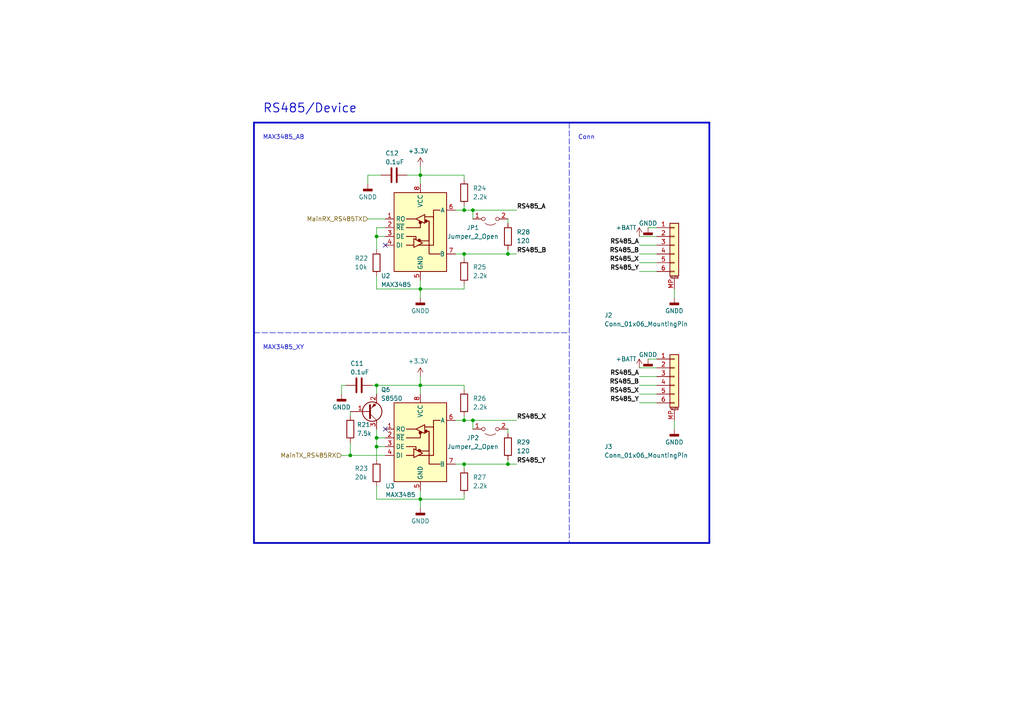
<source format=kicad_sch>
(kicad_sch (version 20230121) (generator eeschema)
  (paper "A4")
  (lib_symbols
    (symbol "Connector_Generic_MountingPin:Conn_01x06_MountingPin" (pin_names (offset 1.016) hide)
      (property "Reference" "J" (at 0 7.62 0))
      (property "Value" "Conn_01x06_MountingPin" (at 1.27 -10.16 0))
      (symbol "Conn_01x06_MountingPin_1_1"
        (rectangle (start -1.27 -7.493) (end 0 -7.747) (stroke (width 0.1524)))
        (rectangle (start -1.27 -4.953) (end 0 -5.207) (stroke (width 0.1524)))
        (rectangle (start -1.27 -2.413) (end 0 -2.667) (stroke (width 0.1524)))
        (rectangle (start -1.27 0.127) (end 0 -0.127) (stroke (width 0.1524)))
        (rectangle (start -1.27 2.667) (end 0 2.413) (stroke (width 0.1524)))
        (rectangle (start -1.27 5.207) (end 0 4.953) (stroke (width 0.1524)))
        (rectangle (start -1.27 6.35) (end 1.27 -8.89) (stroke (width 0.254)) (fill (type background)))
        (polyline (pts (xy -1.016 -9.652) (xy 1.016 -9.652)) (stroke (width 0.1524)))
        (text "Mounting" (at 0 -9.271 0) (effects (font (size 0.381 0.381))))
        (pin passive line (at -5.08 5.08 0) (length 3.81) (name "Pin_1") (number "1"))
        (pin passive line (at -5.08 2.54 0) (length 3.81) (name "Pin_2") (number "2"))
        (pin passive line (at -5.08 0 0) (length 3.81) (name "Pin_3") (number "3"))
        (pin passive line (at -5.08 -2.54 0) (length 3.81) (name "Pin_4") (number "4"))
        (pin passive line (at -5.08 -5.08 0) (length 3.81) (name "Pin_5") (number "5"))
        (pin passive line (at -5.08 -7.62 0) (length 3.81) (name "Pin_6") (number "6"))
        (pin passive line (at 0 -12.7 90) (length 3.048) (name "MountPin") (number "MP"))
      )
    )
    (symbol "Device:C" (pin_numbers hide) (pin_names (offset 0.254))
      (property "Reference" "C" (at 0.635 2.54 0))
      (property "Value" "C" (at 0.635 -2.54 0))
      (symbol "C_0_1"
        (polyline (pts (xy -2.032 -0.762) (xy 2.032 -0.762)) (stroke (width 0.508)))
        (polyline (pts (xy -2.032 0.762) (xy 2.032 0.762)) (stroke (width 0.508)))
      )
      (symbol "C_1_1"
        (pin passive line (at 0 3.81 270) (length 2.794) (name "~") (number "1"))
        (pin passive line (at 0 -3.81 90) (length 2.794) (name "~") (number "2"))
      )
    )
    (symbol "Device:Q_PNP_BEC" (pin_names (offset 0) hide)
      (property "Reference" "Q" (at 5.08 1.27 0))
      (property "Value" "Q_PNP_BEC" (at 5.08 -1.27 0))
      (symbol "Q_PNP_BEC_0_1"
        (polyline (pts (xy 0.635 0.635) (xy 2.54 2.54)))
        (polyline (pts (xy 0.635 -0.635) (xy 2.54 -2.54) (xy 2.54 -2.54)))
        (polyline (pts (xy 0.635 1.905) (xy 0.635 -1.905) (xy 0.635 -1.905)) (stroke (width 0.508)))
        (polyline (pts (xy 2.286 -1.778) (xy 1.778 -2.286) (xy 1.27 -1.27) (xy 2.286 -1.778) (xy 2.286 -1.778)) (fill (type outline)))
        (circle (center 1.27 0) (radius 2.8194) (stroke (width 0.254)))
      )
      (symbol "Q_PNP_BEC_1_1"
        (pin input line (at -5.08 0 0) (length 5.715) (name "B") (number "1"))
        (pin passive line (at 2.54 -5.08 90) (length 2.54) (name "E") (number "2"))
        (pin passive line (at 2.54 5.08 270) (length 2.54) (name "C") (number "3"))
      )
    )
    (symbol "Device:R" (pin_numbers hide) (pin_names (offset 0))
      (property "Reference" "R" (at 2.032 0 90))
      (property "Value" "R" (at 0 0 90))
      (symbol "R_0_1"
        (rectangle (start -1.016 -2.54) (end 1.016 2.54) (stroke (width 0.254)))
      )
      (symbol "R_1_1"
        (pin passive line (at 0 3.81 270) (length 1.27) (name "~") (number "1"))
        (pin passive line (at 0 -3.81 90) (length 1.27) (name "~") (number "2"))
      )
    )
    (symbol "Jumper:Jumper_2_Open" (pin_names (offset 0) hide)
      (property "Reference" "JP" (at 0 2.794 0))
      (property "Value" "Jumper_2_Open" (at 0 -2.286 0))
      (symbol "Jumper_2_Open_0_0"
        (circle (center -2.032 0) (radius 0.508))
        (circle (center 2.032 0) (radius 0.508))
      )
      (symbol "Jumper_2_Open_0_1"
        (arc (start 1.524 1.27) (mid 0 1.778) (end -1.524 1.27))
      )
      (symbol "Jumper_2_Open_1_1"
        (pin passive line (at -5.08 0 0) (length 2.54) (name "A") (number "1"))
        (pin passive line (at 5.08 0 180) (length 2.54) (name "B") (number "2"))
      )
    )
    (symbol "MAX3485_1"
      (property "Reference" "U?" (at 2.0194 15.24 0))
      (property "Value" "MAX3485" (at 2.0194 12.7 0))
      (symbol "MAX3485_1_0_1"
        (rectangle (start -7.62 10.16) (end 7.62 -12.7) (stroke (width 0.254)) (fill (type background)))
        (circle (center -0.3048 -3.683) (radius 0.3556) (stroke (width 0.254)) (fill (type outline)))
        (circle (center -0.0254 1.4986) (radius 0.3556) (stroke (width 0.254)) (fill (type outline)))
        (polyline (pts (xy -4.064 -5.08) (xy -1.905 -5.08)) (stroke (width 0.254)))
        (polyline (pts (xy -4.064 2.54) (xy -1.27 2.54)) (stroke (width 0.254)))
        (polyline (pts (xy -1.27 -3.2004) (xy -1.27 -3.4544)) (stroke (width 0.254)))
        (polyline (pts (xy -0.635 -5.08) (xy 3.81 -5.08)) (stroke (width 0.254)))
        (polyline (pts (xy -4.064 -2.54) (xy -1.27 -2.54) (xy -1.27 -3.175)) (stroke (width 0.254)))
        (polyline (pts (xy 0 1.27) (xy 0 0) (xy -4.064 0)) (stroke (width 0.254)))
        (polyline (pts (xy 1.27 3.175) (xy 3.81 3.175) (xy 3.81 -5.08)) (stroke (width 0.254)))
        (polyline (pts (xy 2.54 1.905) (xy 2.54 -3.81) (xy 0 -3.81)) (stroke (width 0.254)))
        (polyline (pts (xy -1.905 -3.175) (xy -1.905 -5.715) (xy 0.635 -4.445) (xy -1.905 -3.175)) (stroke (width 0.254)))
        (polyline (pts (xy -1.27 2.54) (xy 1.27 3.81) (xy 1.27 1.27) (xy -1.27 2.54)) (stroke (width 0.254)))
        (polyline (pts (xy 3.81 3.175) (xy 3.81 2.54) (xy 3.81 5.08) (xy 5.715 5.08)) (stroke (width 0.254)))
        (polyline (pts (xy 1.905 1.905) (xy 2.54 1.905) (xy 2.54 -3.81) (xy 2.54 -6.985) (xy 2.54 -7.62) (xy 5.08 -7.62) (xy 5.715 -7.62)) (stroke (width 0.254)))
        (rectangle (start 1.27 3.175) (end 1.27 3.175))
        (circle (center 1.651 1.905) (radius 0.3556) (stroke (width 0.254)) (fill (type outline)))
      )
      (symbol "MAX3485_1_1_1"
        (pin output line (at -10.16 2.54 0) (length 2.54) (name "RO") (number "1"))
        (pin input line (at -10.16 0 0) (length 2.54) (name "~{RE}") (number "2"))
        (pin input line (at -10.16 -2.54 0) (length 2.54) (name "DE") (number "3"))
        (pin input line (at -10.16 -5.08 0) (length 2.54) (name "DI") (number "4"))
        (pin power_in line (at 0 -15.24 90) (length 2.54) (name "GND") (number "5"))
        (pin bidirectional line (at 10.16 5.08 180) (length 2.54) (name "A") (number "6"))
        (pin bidirectional line (at 10.16 -7.62 180) (length 2.54) (name "B") (number "7"))
        (pin power_in line (at 0 12.7 270) (length 2.54) (name "VCC") (number "8"))
      )
    )
    (symbol "power:+3.3V" (power) (pin_names (offset 0))
      (property "Value" "+3.3V" (at 0 3.556 0))
      (symbol "+3.3V_0_1"
        (polyline (pts (xy -0.762 1.27) (xy 0 2.54)))
        (polyline (pts (xy 0 0) (xy 0 2.54)))
        (polyline (pts (xy 0 2.54) (xy 0.762 1.27)))
      )
      (symbol "+3.3V_1_1"
        (pin power_in line (at 0 0 90) (length 0) hide (name "+3.3V") (number "1"))
      )
    )
    (symbol "power:+BATT" (power) (pin_names (offset 0))
      (property "Value" "+BATT" (at 0 3.556 0))
      (symbol "+BATT_0_1"
        (polyline (pts (xy -0.762 1.27) (xy 0 2.54)))
        (polyline (pts (xy 0 0) (xy 0 2.54)))
        (polyline (pts (xy 0 2.54) (xy 0.762 1.27)))
      )
      (symbol "+BATT_1_1"
        (pin power_in line (at 0 0 90) (length 0) hide (name "+BATT") (number "1"))
      )
    )
    (symbol "power:GNDD" (power) (pin_names (offset 0))
      (property "Value" "GNDD" (at 0 -3.175 0))
      (symbol "GNDD_0_1"
        (rectangle (start -1.27 -1.524) (end 1.27 -2.032) (stroke (width 0.254)) (fill (type outline)))
        (polyline (pts (xy 0 0) (xy 0 -1.524)))
      )
      (symbol "GNDD_1_1"
        (pin power_in line (at 0 0 270) (length 0) hide (name "GNDD") (number "1"))
      )
    )
  )
  (junction (at 121.92 111.76))
  (junction (at 147.32 73.66))
  (junction (at 134.62 121.92))
  (junction (at 134.62 134.62))
  (junction (at 121.92 50.8))
  (junction (at 109.22 68.58))
  (junction (at 109.22 127))
  (junction (at 121.92 144.78))
  (junction (at 101.6 132.08))
  (junction (at 134.62 73.66))
  (junction (at 121.92 83.82))
  (junction (at 134.62 60.96))
  (junction (at 109.22 129.54))
  (junction (at 137.16 60.96))
  (junction (at 137.16 121.92))
  (junction (at 147.32 134.62))
  (junction (at 109.22 111.76))
  (no_connect (at 111.76 71.12))
  (no_connect (at 111.76 124.46))
  (wire (pts (xy 134.62 134.62) (xy 134.62 135.89)))
  (wire (pts (xy 101.6 132.08) (xy 111.76 132.08)))
  (polyline (pts (xy 205.74 157.48) (xy 205.74 35.56)) (stroke (width 0.5) (type solid)))
  (wire (pts (xy 190.5 109.22) (xy 185.42 109.22)))
  (wire (pts (xy 147.32 72.39) (xy 147.32 73.66)))
  (wire (pts (xy 109.22 68.58) (xy 111.76 68.58)))
  (wire (pts (xy 190.5 76.2) (xy 185.42 76.2)))
  (wire (pts (xy 121.92 111.76) (xy 121.92 114.3)))
  (wire (pts (xy 121.92 50.8) (xy 121.92 53.34)))
  (wire (pts (xy 134.62 121.92) (xy 137.16 121.92)))
  (polyline (pts (xy 73.66 157.48) (xy 205.74 157.48)) (stroke (width 0.5) (type solid)))
  (wire (pts (xy 134.62 50.8) (xy 134.62 52.07)))
  (wire (pts (xy 118.11 50.8) (xy 121.92 50.8)))
  (wire (pts (xy 121.92 83.82) (xy 134.62 83.82)))
  (wire (pts (xy 109.22 111.76) (xy 121.92 111.76)))
  (wire (pts (xy 190.5 111.76) (xy 185.42 111.76)))
  (wire (pts (xy 147.32 124.46) (xy 147.32 125.73)))
  (wire (pts (xy 134.62 143.51) (xy 134.62 144.78)))
  (wire (pts (xy 106.68 63.5) (xy 111.76 63.5)))
  (wire (pts (xy 101.6 119.38) (xy 101.6 120.65)))
  (wire (pts (xy 121.92 144.78) (xy 121.92 147.32)))
  (wire (pts (xy 134.62 82.55) (xy 134.62 83.82)))
  (wire (pts (xy 121.92 111.76) (xy 134.62 111.76)))
  (wire (pts (xy 121.92 83.82) (xy 121.92 86.36)))
  (wire (pts (xy 185.42 106.68) (xy 190.5 106.68)))
  (wire (pts (xy 109.22 144.78) (xy 121.92 144.78)))
  (wire (pts (xy 109.22 66.04) (xy 111.76 66.04)))
  (wire (pts (xy 109.22 140.97) (xy 109.22 144.78)))
  (wire (pts (xy 190.5 116.84) (xy 185.42 116.84)))
  (wire (pts (xy 190.5 78.74) (xy 185.42 78.74)))
  (wire (pts (xy 109.22 80.01) (xy 109.22 83.82)))
  (wire (pts (xy 109.22 129.54) (xy 111.76 129.54)))
  (polyline (pts (xy 205.74 35.56) (xy 73.66 35.56)) (stroke (width 0.5) (type solid)))
  (wire (pts (xy 109.22 114.3) (xy 109.22 111.76)))
  (wire (pts (xy 134.62 59.69) (xy 134.62 60.96)))
  (wire (pts (xy 132.08 121.92) (xy 134.62 121.92)))
  (wire (pts (xy 185.42 68.58) (xy 190.5 68.58)))
  (wire (pts (xy 195.58 121.92) (xy 195.58 124.46)))
  (wire (pts (xy 137.16 60.96) (xy 149.86 60.96)))
  (wire (pts (xy 134.62 73.66) (xy 134.62 74.93)))
  (wire (pts (xy 109.22 127) (xy 109.22 129.54)))
  (wire (pts (xy 190.5 66.04) (xy 187.96 66.04)))
  (wire (pts (xy 147.32 134.62) (xy 149.86 134.62)))
  (wire (pts (xy 109.22 127) (xy 111.76 127)))
  (wire (pts (xy 132.08 73.66) (xy 134.62 73.66)))
  (wire (pts (xy 121.92 50.8) (xy 134.62 50.8)))
  (wire (pts (xy 106.68 50.8) (xy 110.49 50.8)))
  (wire (pts (xy 109.22 68.58) (xy 109.22 72.39)))
  (wire (pts (xy 137.16 121.92) (xy 149.86 121.92)))
  (wire (pts (xy 134.62 111.76) (xy 134.62 113.03)))
  (wire (pts (xy 109.22 124.46) (xy 109.22 127)))
  (wire (pts (xy 190.5 114.3) (xy 185.42 114.3)))
  (wire (pts (xy 147.32 73.66) (xy 149.86 73.66)))
  (wire (pts (xy 109.22 83.82) (xy 121.92 83.82)))
  (wire (pts (xy 147.32 63.5) (xy 147.32 64.77)))
  (wire (pts (xy 121.92 144.78) (xy 134.62 144.78)))
  (wire (pts (xy 99.06 132.08) (xy 101.6 132.08)))
  (wire (pts (xy 134.62 60.96) (xy 137.16 60.96)))
  (wire (pts (xy 132.08 60.96) (xy 134.62 60.96)))
  (wire (pts (xy 107.95 111.76) (xy 109.22 111.76)))
  (wire (pts (xy 137.16 121.92) (xy 137.16 124.46)))
  (wire (pts (xy 190.5 104.14) (xy 187.96 104.14)))
  (wire (pts (xy 134.62 134.62) (xy 147.32 134.62)))
  (wire (pts (xy 101.6 128.27) (xy 101.6 132.08)))
  (wire (pts (xy 109.22 66.04) (xy 109.22 68.58)))
  (wire (pts (xy 99.06 114.3) (xy 99.06 111.76)))
  (wire (pts (xy 121.92 111.76) (xy 121.92 109.22)))
  (wire (pts (xy 99.06 111.76) (xy 100.33 111.76)))
  (wire (pts (xy 134.62 73.66) (xy 147.32 73.66)))
  (wire (pts (xy 106.68 53.34) (xy 106.68 50.8)))
  (wire (pts (xy 190.5 73.66) (xy 185.42 73.66)))
  (wire (pts (xy 137.16 60.96) (xy 137.16 63.5)))
  (wire (pts (xy 132.08 134.62) (xy 134.62 134.62)))
  (wire (pts (xy 109.22 129.54) (xy 109.22 133.35)))
  (wire (pts (xy 134.62 120.65) (xy 134.62 121.92)))
  (polyline (pts (xy 73.66 35.56) (xy 73.66 157.48)) (stroke (width 0.5) (type solid)))
  (polyline (pts (xy 73.66 96.52) (xy 165.1 96.52)) (stroke (width 0) (type dash)))
  (wire (pts (xy 121.92 50.8) (xy 121.92 48.26)))
  (wire (pts (xy 190.5 71.12) (xy 185.42 71.12)))
  (wire (pts (xy 121.92 142.24) (xy 121.92 144.78)))
  (wire (pts (xy 121.92 81.28) (xy 121.92 83.82)))
  (wire (pts (xy 147.32 133.35) (xy 147.32 134.62)))
  (wire (pts (xy 195.58 83.82) (xy 195.58 86.36)))
  (rectangle (start 165.1 35.56) (end 165.1 157.48) (stroke (width 0) (type dash)))
  (text "RS485/Device" (at 76.2 33.02 0) (effects (font (size 2.54 2.54) (thickness 0.254) bold) (justify left bottom)))
  (text "MAX3485_XY" (at 76.2 101.6 0) (effects (font (size 1.27 1.27)) (justify left bottom)))
  (text "MAX3485_AB" (at 76.2 40.64 0) (effects (font (size 1.27 1.27)) (justify left bottom)))
  (text "Conn" (at 167.64 40.64 0) (effects (font (size 1.27 1.27)) (justify left bottom)))
  (label "RS485_Y" (at 185.42 78.74 180) (effects (font (thickness 0.254) bold)))
  (label "RS485_B" (at 185.42 111.76 180) (effects (font (thickness 0.254) bold)))
  (label "RS485_B" (at 149.86 73.66 0) (effects (font (thickness 0.254) bold)))
  (label "RS485_B" (at 185.42 73.66 180) (effects (font (thickness 0.254) bold)))
  (label "RS485_A" (at 185.42 109.22 180) (effects (font (thickness 0.254) bold)))
  (label "RS485_X" (at 149.86 121.92 0) (effects (font (thickness 0.254) bold)))
  (label "RS485_Y" (at 149.86 134.62 0) (effects (font (thickness 0.254) bold)))
  (label "RS485_X" (at 185.42 114.3 180) (effects (font (thickness 0.254) bold)))
  (label "RS485_A" (at 185.42 71.12 180) (effects (font (thickness 0.254) bold)))
  (label "RS485_Y" (at 185.42 116.84 180) (effects (font (thickness 0.254) bold)))
  (label "RS485_X" (at 185.42 76.2 180) (effects (font (thickness 0.254) bold)))
  (label "RS485_A" (at 149.86 60.96 0) (effects (font (thickness 0.254) bold)))
  (hierarchical_label "MainRX_RS485TX" (shape input) (at 106.68 63.5 180))
  (hierarchical_label "MainTX_RS485RX" (shape input) (at 99.06 132.08 180))
  (symbol (lib_id "power:GNDD") (at 106.68 53.34 0) (unit 1)
    (property "Reference" "#PWR031" (effects hide))
    (property "Value" "GNDD" (at 106.68 57.15 0))
  )
  (symbol (lib_id "power:GNDD") (at 195.58 86.36 0) (unit 1)
    (property "Reference" "#PWR038" (effects hide))
    (property "Value" "GNDD" (at 195.58 90.17 0))
  )
  (symbol (lib_id "power:+BATT") (at 185.42 68.58 0) (mirror y) (unit 1)
    (property "Reference" "#PWR042" (effects hide))
    (property "Value" "+BATT" (at 181.61 66.04 0))
  )
  (symbol (lib_id "Device:R") (at 147.32 68.58 0) (unit 1)
    (property "Reference" "R28" (at 149.86 67.3099 0) (effects (justify left)))
    (property "Value" "120" (at 149.86 69.8499 0) (effects (justify left)))
    (property "Footprint" "Resistor_SMD:R_0402_1005Metric" (effects hide))
  )
  (symbol (lib_id "power:GNDD") (at 121.92 147.32 0) (unit 1)
    (property "Reference" "#PWR035" (effects hide))
    (property "Value" "GNDD" (at 121.92 151.13 0))
  )
  (symbol (lib_id "power:+3.3V") (at 121.92 109.22 0) (unit 1)
    (property "Reference" "#PWR034" (effects hide))
    (property "Value" "+3.3V" (at 121.285 104.775 0))
  )
  (symbol (lib_name "MAX3485_1") (lib_id "Interface_UART:MAX3485") (at 121.92 127 0) (unit 1)
    (property "Reference" "U3" (at 111.76 140.97 0) (effects (justify left)))
    (property "Value" "MAX3485" (at 111.76 143.51 0) (effects (justify left)))
    (property "Footprint" "Package_SO:SOP-8_3.9x4.9mm_P1.27mm" (effects hide))
    (property "Datasheet" "https://datasheets.maximintegrated.com/en/ds/MAX3483-MAX3491.pdf" (effects hide))
  )
  (symbol (lib_id "Device:R") (at 109.22 76.2 0) (unit 1)
    (property "Reference" "R22" (at 102.87 74.93 0) (effects (justify left)))
    (property "Value" "10k" (at 102.87 77.47 0) (effects (justify left)))
    (property "Footprint" "Resistor_SMD:R_0402_1005Metric" (effects hide))
  )
  (symbol (lib_id "power:+3.3V") (at 121.92 48.26 0) (unit 1)
    (property "Reference" "#PWR032" (effects hide))
    (property "Value" "+3.3V" (at 121.285 43.815 0))
  )
  (symbol (lib_id "Jumper:Jumper_2_Open") (at 142.24 63.5 0) (mirror x) (unit 1)
    (property "Reference" "JP1" (at 137.16 66.04 0))
    (property "Value" "Jumper_2_Open" (at 137.16 68.58 0))
    (property "Footprint" "Connector_PinHeader_2.54mm:PinHeader_1x02_P2.54mm_Vertical" (effects hide))
  )
  (symbol (lib_id "Device:Q_PNP_BEC") (at 106.68 119.38 0) (mirror x) (unit 1)
    (property "Reference" "Q6" (at 110.49 113.03 0) (effects (justify left)))
    (property "Value" "S8550" (at 110.49 115.57 0) (effects (justify left)))
    (property "Footprint" "Package_TO_SOT_SMD:SOT-23" (effects hide))
  )
  (symbol (lib_id "Jumper:Jumper_2_Open") (at 142.24 124.46 0) (mirror x) (unit 1)
    (property "Reference" "JP2" (at 137.16 127 0))
    (property "Value" "Jumper_2_Open" (at 137.16 129.54 0))
    (property "Footprint" "Connector_PinHeader_2.54mm:PinHeader_1x02_P2.54mm_Vertical" (effects hide))
  )
  (symbol (lib_id "Device:R") (at 134.62 116.84 0) (unit 1)
    (property "Reference" "R26" (at 137.16 115.5699 0) (effects (justify left)))
    (property "Value" "2.2k" (at 137.16 118.1099 0) (effects (justify left)))
    (property "Footprint" "Resistor_SMD:R_0402_1005Metric" (effects hide))
  )
  (symbol (lib_id "Connector_Generic_MountingPin:Conn_01x06_MountingPin") (at 195.58 71.12 0) (unit 1)
    (property "Reference" "J2" (at 175.26 91.44 0) (effects (justify left)))
    (property "Value" "Conn_01x06_MountingPin" (at 175.26 93.98 0) (effects (justify left)))
    (property "Footprint" "Connector_Molex:Molex_PicoBlade_53261-0671_1x06-1MP_P1.25mm_Horizontal" (effects hide))
  )
  (symbol (lib_id "power:GNDD") (at 195.58 124.46 0) (unit 1)
    (property "Reference" "#PWR039" (effects hide))
    (property "Value" "GNDD" (at 195.58 128.27 0))
  )
  (symbol (lib_id "power:GNDD") (at 187.96 66.04 0) (unit 1)
    (property "Reference" "#PWR036" (effects hide))
    (property "Value" "GNDD" (at 187.96 64.77 0))
  )
  (symbol (lib_id "power:GNDD") (at 99.06 114.3 0) (unit 1)
    (property "Reference" "#PWR030" (effects hide))
    (property "Value" "GNDD" (at 99.06 118.11 0))
  )
  (symbol (lib_id "power:+BATT") (at 185.42 106.68 0) (mirror y) (unit 1)
    (property "Reference" "#PWR043" (effects hide))
    (property "Value" "+BATT" (at 181.61 104.14 0))
  )
  (symbol (lib_id "power:GNDD") (at 121.92 86.36 0) (unit 1)
    (property "Reference" "#PWR033" (effects hide))
    (property "Value" "GNDD" (at 121.92 90.17 0))
  )
  (symbol (lib_id "Device:R") (at 109.22 137.16 0) (unit 1)
    (property "Reference" "R23" (at 102.87 135.89 0) (effects (justify left)))
    (property "Value" "20k" (at 102.87 138.43 0) (effects (justify left)))
    (property "Footprint" "Resistor_SMD:R_0402_1005Metric" (effects hide))
  )
  (symbol (lib_id "Device:R") (at 147.32 129.54 0) (unit 1)
    (property "Reference" "R29" (at 149.86 128.2699 0) (effects (justify left)))
    (property "Value" "120" (at 149.86 130.8099 0) (effects (justify left)))
    (property "Footprint" "Resistor_SMD:R_0402_1005Metric" (effects hide))
  )
  (symbol (lib_id "Device:R") (at 134.62 78.74 0) (unit 1)
    (property "Reference" "R25" (at 137.16 77.4699 0) (effects (justify left)))
    (property "Value" "2.2k" (at 137.16 80.0099 0) (effects (justify left)))
    (property "Footprint" "Resistor_SMD:R_0402_1005Metric" (effects hide))
  )
  (symbol (lib_id "Device:R") (at 101.6 124.46 0) (unit 1)
    (property "Reference" "R21" (at 103.505 123.1899 0) (effects (justify left)))
    (property "Value" "7.5k" (at 103.505 125.7299 0) (effects (justify left)))
    (property "Footprint" "Resistor_SMD:R_0603_1608Metric" (effects hide))
  )
  (symbol (lib_id "Device:C") (at 104.14 111.76 270) (mirror x) (unit 1)
    (property "Reference" "C11" (at 101.6 105.41 90) (effects (justify left)))
    (property "Value" "0.1uF" (at 101.6 107.95 90) (effects (justify left)))
    (property "Footprint" "Capacitor_SMD:C_0402_1005Metric" (effects hide))
  )
  (symbol (lib_id "power:GNDD") (at 187.96 104.14 0) (unit 1)
    (property "Reference" "#PWR037" (effects hide))
    (property "Value" "GNDD" (at 187.96 102.87 0))
  )
  (symbol (lib_id "Connector_Generic_MountingPin:Conn_01x06_MountingPin") (at 195.58 109.22 0) (unit 1)
    (property "Reference" "J3" (at 175.26 129.54 0) (effects (justify left)))
    (property "Value" "Conn_01x06_MountingPin" (at 175.26 132.08 0) (effects (justify left)))
    (property "Footprint" "Connector_Molex:Molex_PicoBlade_53261-0671_1x06-1MP_P1.25mm_Horizontal" (effects hide))
  )
  (symbol (lib_id "Device:C") (at 114.3 50.8 270) (mirror x) (unit 1)
    (property "Reference" "C12" (at 111.76 44.45 90) (effects (justify left)))
    (property "Value" "0.1uF" (at 111.76 46.99 90) (effects (justify left)))
    (property "Footprint" "Capacitor_SMD:C_0402_1005Metric" (effects hide))
  )
  (symbol (lib_id "Device:R") (at 134.62 55.88 0) (unit 1)
    (property "Reference" "R24" (at 137.16 54.6099 0) (effects (justify left)))
    (property "Value" "2.2k" (at 137.16 57.1499 0) (effects (justify left)))
    (property "Footprint" "Resistor_SMD:R_0402_1005Metric" (effects hide))
  )
  (symbol (lib_name "MAX3485_1") (lib_id "Interface_UART:MAX3485") (at 121.92 66.04 0) (unit 1)
    (property "Reference" "U2" (at 110.49 80.01 0) (effects (justify left)))
    (property "Value" "MAX3485" (at 110.49 82.55 0) (effects (justify left)))
    (property "Footprint" "Package_SO:SOP-8_3.9x4.9mm_P1.27mm" (effects hide))
    (property "Datasheet" "https://datasheets.maximintegrated.com/en/ds/MAX3483-MAX3491.pdf" (effects hide))
  )
  (symbol (lib_id "Device:R") (at 134.62 139.7 0) (unit 1)
    (property "Reference" "R27" (at 137.16 138.4299 0) (effects (justify left)))
    (property "Value" "2.2k" (at 137.16 140.9699 0) (effects (justify left)))
    (property "Footprint" "Resistor_SMD:R_0402_1005Metric" (effects hide))
  )
)
</source>
